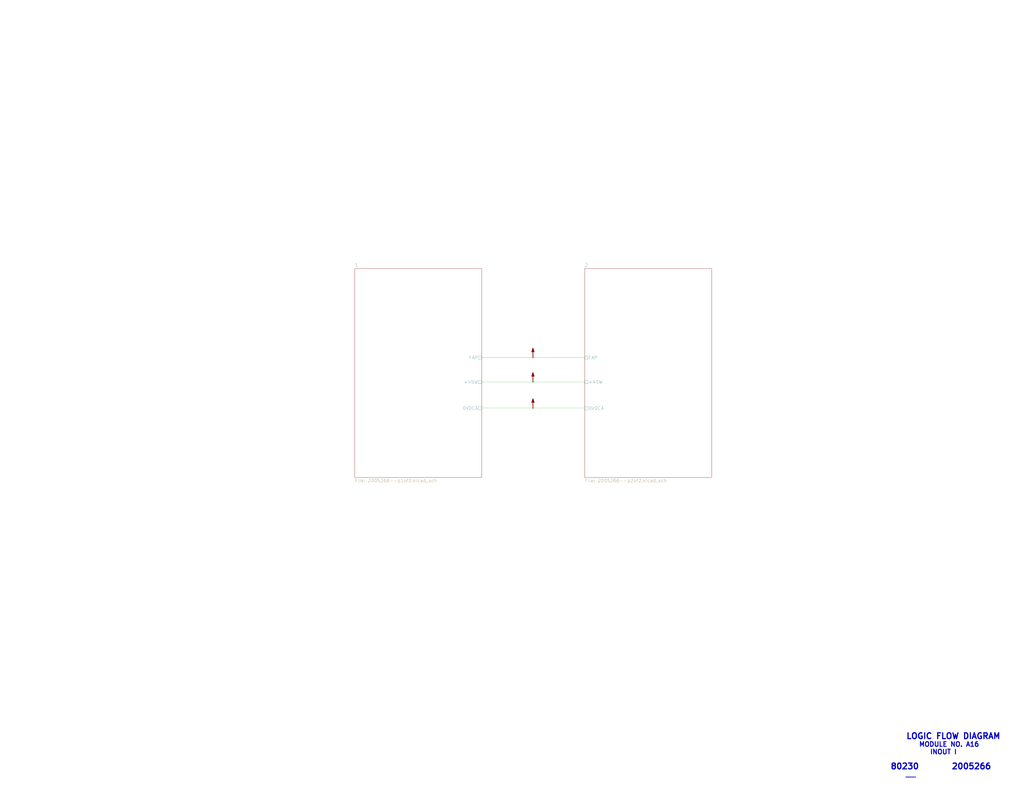
<source format=kicad_sch>
(kicad_sch (version 20211123) (generator eeschema)
  (paper "E")
  (lib_symbols
    (symbol "AGC_DSKY:PWR_FLAG" (power) (pin_numbers hide) (pin_names (offset 0) hide)
      (symbol "PWR_FLAG_0_0"
        (pin power_out line (at 0 0 90) (length 0) (name "pwr") (number "1"))
      )
      (symbol "PWR_FLAG_0_1"
        (polyline (pts (xy 0 0) (xy 0 10.16)) (stroke (width 0.762)))
        (polyline (pts (xy 0 10.16) (xy -1.27 6.35) (xy 1.27 6.35) (xy 0 10.16)) (stroke (width 0.762)) (fill (type outline)))
      )
    )
  )
  (junction (at 581.66 390.525))
  (junction (at 581.66 445.77))
  (junction (at 581.66 417.195))
  (wire (pts (xy 581.66 445.77) (xy 638.175 445.77)))
  (wire (pts (xy 525.78 390.525) (xy 581.66 390.525)))
  (wire (pts (xy 581.66 417.195) (xy 638.175 417.195)))
  (wire (pts (xy 581.66 390.525) (xy 638.175 390.525)))
  (wire (pts (xy 525.78 417.195) (xy 581.66 417.195)))
  (wire (pts (xy 525.78 445.77) (xy 581.66 445.77)))
  (text "LOGIC FLOW DIAGRAM" (at 988.695 807.72 0) (effects (font (size 6.35 6.35) (thickness 1.27) bold) (justify left bottom)))
  (text "MODULE NO. A16" (at 1002.665 815.975 0) (effects (font (size 5.08 5.08) (thickness 1.016) bold) (justify left bottom)))
  (text "INOUT I" (at 1014.73 824.23 0) (effects (font (size 5.08 5.08) (thickness 1.016) bold) (justify left bottom)))
  (text "80230" (at 971.55 840.74 0) (effects (font (size 6.35 6.35) (thickness 1.27) bold) (justify left bottom)))
  (text "2005266" (at 1038.225 840.74 0) (effects (font (size 6.35 6.35) (thickness 1.27) bold) (justify left bottom)))
  (text "____" (at 988.06 848.995 0) (effects (font (size 3.556 3.556) (thickness 0.7112) bold) (justify left bottom)))
  (symbol (lib_id "AGC_DSKY:PWR_FLAG") (at 581.66 445.77 0) (unit 1)
    (property "Reference" "#FLG0103" (effects hide))
    (property "Value" "PWR_FLAG" (effects hide))
  )
  (symbol (lib_id "AGC_DSKY:PWR_FLAG") (at 581.66 417.195 0) (unit 1)
    (property "Reference" "#FLG0102" (effects hide))
    (property "Value" "PWR_FLAG" (effects hide))
  )
  (symbol (lib_id "AGC_DSKY:PWR_FLAG") (at 581.66 390.525 0) (unit 1)
    (property "Reference" "#FLG0101" (effects hide))
    (property "Value" "PWR_FLAG" (effects hide))
  )
  (sheet (at 387.35 293.37) (size 138.43 227.965)
    (property "Sheet name" "1" (at 387.35 291.5154 0) (effects (font (size 3.556 3.556)) (justify left bottom)))
    (property "Sheet file" "2005266--p1of2.kicad_sch" (at 387.35 522.834 0) (effects (font (size 3.556 3.556)) (justify left top)))
    (pin "0VDCA" passive (at 525.78 445.77 0) (effects (font (size 3.556 3.556))))
    (pin "+4SW" passive (at 525.78 417.195 0) (effects (font (size 3.556 3.556))))
    (pin "FAP" passive (at 525.78 390.525 0) (effects (font (size 3.556 3.556))))
  )
  (sheet (at 638.175 293.37) (size 138.43 227.965)
    (property "Sheet name" "2" (at 638.175 291.5154 0) (effects (font (size 3.556 3.556)) (justify left bottom)))
    (property "Sheet file" "2005266--p2of2.kicad_sch" (at 638.175 522.834 0) (effects (font (size 3.556 3.556)) (justify left top)))
    (pin "0VDCA" passive (at 638.175 445.77 180) (effects (font (size 3.556 3.556))))
    (pin "+4SW" passive (at 638.175 417.195 180) (effects (font (size 3.556 3.556))))
    (pin "FAP" passive (at 638.175 390.525 180) (effects (font (size 3.556 3.556))))
  )
)
</source>
